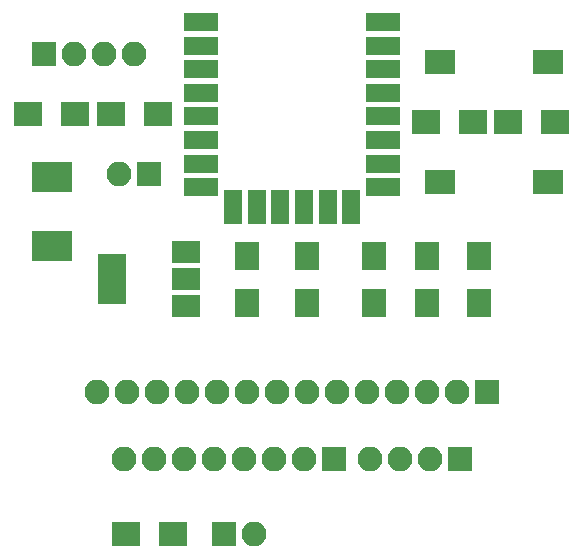
<source format=gts>
G04 #@! TF.FileFunction,Soldermask,Top*
%FSLAX46Y46*%
G04 Gerber Fmt 4.6, Leading zero omitted, Abs format (unit mm)*
G04 Created by KiCad (PCBNEW 4.0.7) date 05/23/18 23:06:23*
%MOMM*%
%LPD*%
G01*
G04 APERTURE LIST*
%ADD10C,0.100000*%
%ADD11R,2.100000X2.100000*%
%ADD12O,2.100000X2.100000*%
%ADD13R,2.000000X2.400000*%
%ADD14R,2.100000X2.400000*%
%ADD15R,2.400000X2.100000*%
%ADD16R,2.580000X2.000000*%
%ADD17R,2.400000X4.200000*%
%ADD18R,2.400000X1.900000*%
%ADD19R,3.400000X2.600000*%
%ADD20R,2.900000X1.500000*%
%ADD21R,1.500000X2.900000*%
G04 APERTURE END LIST*
D10*
D11*
X-124841000Y33020000D03*
D12*
X-127381000Y33020000D03*
X-129921000Y33020000D03*
X-132461000Y33020000D03*
D13*
X-137795000Y50260000D03*
X-137795000Y46260000D03*
D14*
X-132080000Y50260000D03*
X-132080000Y46260000D03*
X-127635000Y50260000D03*
X-127635000Y46260000D03*
D15*
X-123730000Y61595000D03*
X-127730000Y61595000D03*
X-154400000Y62230000D03*
X-150400000Y62230000D03*
X-116745000Y61595000D03*
X-120745000Y61595000D03*
D14*
X-123190000Y46260000D03*
X-123190000Y50260000D03*
D16*
X-117330000Y66675000D03*
X-126510000Y66675000D03*
X-117330000Y56515000D03*
X-126510000Y56515000D03*
D17*
X-154280000Y48260000D03*
D18*
X-147980000Y48260000D03*
X-147980000Y50560000D03*
X-147980000Y45960000D03*
D19*
X-159385000Y56875000D03*
X-159385000Y51075000D03*
D13*
X-142875000Y50260000D03*
X-142875000Y46260000D03*
D15*
X-161385000Y62230000D03*
X-157385000Y62230000D03*
D20*
X-146710000Y70050000D03*
X-146710000Y68050000D03*
X-146710000Y66050000D03*
X-146710000Y64050000D03*
X-146710000Y62050000D03*
X-146710000Y60050000D03*
X-146710000Y58050000D03*
X-146710000Y56050000D03*
X-131310000Y56050000D03*
X-131310000Y58050000D03*
X-131310000Y60050000D03*
X-131310000Y62050000D03*
X-131310000Y64050000D03*
X-131310000Y66050000D03*
X-131310000Y68050000D03*
X-131310000Y70050000D03*
D21*
X-144020000Y54350000D03*
X-142020000Y54350000D03*
X-140020000Y54350000D03*
X-138020000Y54350000D03*
X-136020000Y54350000D03*
X-134020000Y54350000D03*
D11*
X-160020000Y67310000D03*
D12*
X-157480000Y67310000D03*
X-154940000Y67310000D03*
X-152400000Y67310000D03*
D11*
X-151130000Y57150000D03*
D12*
X-153670000Y57150000D03*
D11*
X-122555000Y38735000D03*
D12*
X-125095000Y38735000D03*
X-127635000Y38735000D03*
X-130175000Y38735000D03*
X-132715000Y38735000D03*
X-135255000Y38735000D03*
X-137795000Y38735000D03*
X-140335000Y38735000D03*
X-142875000Y38735000D03*
X-145415000Y38735000D03*
X-147955000Y38735000D03*
X-150495000Y38735000D03*
X-153035000Y38735000D03*
X-155575000Y38735000D03*
D15*
X-149130000Y26670000D03*
X-153130000Y26670000D03*
D11*
X-144780000Y26670000D03*
D12*
X-142240000Y26670000D03*
D11*
X-135509000Y33020000D03*
D12*
X-138049000Y33020000D03*
X-140589000Y33020000D03*
X-143129000Y33020000D03*
X-145669000Y33020000D03*
X-148209000Y33020000D03*
X-150749000Y33020000D03*
X-153289000Y33020000D03*
M02*

</source>
